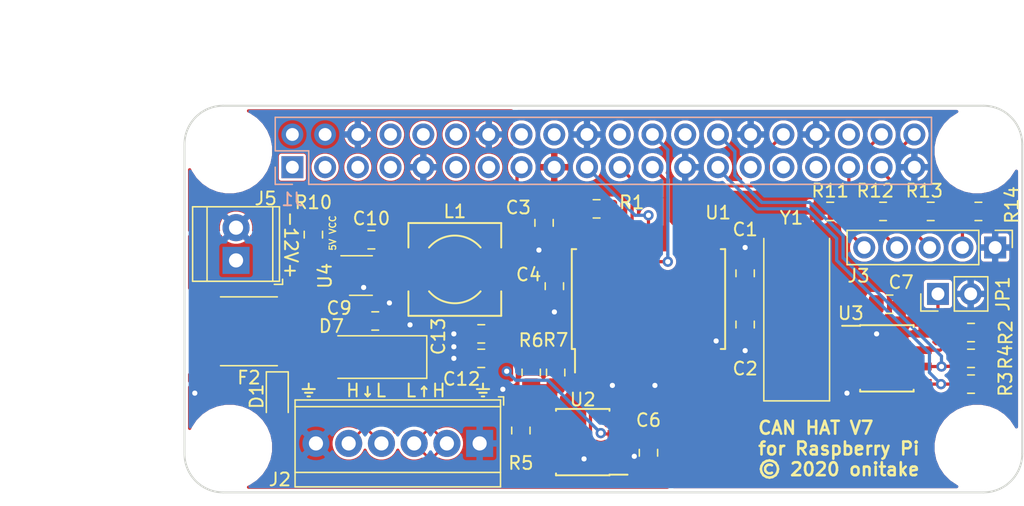
<source format=kicad_pcb>
(kicad_pcb (version 20211014) (generator pcbnew)
  (title_block (title "CAN HAT for Raspberry Pi") (date "2021-03-02") (rev "7") (company "© 2020 Gregor Riepl"))
  (layers (0 "F.Cu" signal) (31 "B.Cu" signal) (34 "B.Paste" user) (35 "F.Paste" user) (36 "B.SilkS" user "B.Silkscreen") (37 "F.SilkS" user "F.Silkscreen") (38 "B.Mask" user) (39 "F.Mask" user) (44 "Edge.Cuts" user))
  (net 0 "")
  (net 1 "Net-(C1-Pad1)")
  (net 2 "Net-(C2-Pad2)")
  (net 3 "GND")
  (net 4 "/~{INT}")
  (net 5 "/SCK")
  (net 6 "/MOSI")
  (net 7 "/MISO")
  (net 8 "/~{CS}")
  (net 9 "Net-(R1-Pad1)")
  (net 10 "+3V3")
  (net 11 "/ID_SD")
  (net 12 "/ID_SC")
  (net 13 "Net-(JP1-Pad1)")
  (net 14 "/TX")
  (net 15 "/RX")
  (net 16 "/CAN_P")
  (net 17 "/CAN_N")
  (net 18 "Net-(R5-Pad2)")
  (net 19 "+5V")
  (net 20 "+12V")
  (net 21 "Net-(C10-Pad2)")
  (net 22 "Net-(C10-Pad1)")
  (net 23 "Net-(C9-Pad1)")
  (net 24 "/GPIO19")
  (net 25 "/GPIO26")
  (net 26 "/GPIO20")
  (net 27 "/GPIO21")
  (net 28 "+12LF")
  (net 29 "/TRXEN")
  (net 30 "Net-(R6-Pad1)")
  (footprint "Resistor_SMD:R_0805_2012Metric_Pad1.15x1.40mm_HandSolder" (layer "F.Cu") (at 101.025 71.6 180)
    (fp_text reference "R3")
    (fp_text value "3k9")
  )
  (footprint "Resistor_SMD:R_0805_2012Metric_Pad1.15x1.40mm_HandSolder" (layer "F.Cu") (at 101.025 69.6 180)
    (fp_text reference "R4")
    (fp_text value "3k9")
  )
  (footprint "Capacitor_SMD:C_0805_2012Metric_Pad1.15x1.40mm_HandSolder" (layer "F.Cu") (at 83.5 63 90)
    (fp_text reference "C1")
    (fp_text value "22p")
  )
  (footprint "Capacitor_SMD:C_0805_2012Metric_Pad1.15x1.40mm_HandSolder" (layer "F.Cu") (at 83.5 66.975 90)
    (fp_text reference "C2")
    (fp_text value "22p")
  )
  (footprint "Capacitor_SMD:C_0805_2012Metric_Pad1.15x1.40mm_HandSolder" (layer "F.Cu") (at 76 76.925 -90)
    (fp_text reference "C6")
    (fp_text value "100n")
  )
  (footprint "Resistor_SMD:R_0805_2012Metric_Pad1.15x1.40mm_HandSolder" (layer "F.Cu") (at 71.975 58 180)
    (fp_text reference "R1")
    (fp_text value "10k")
  )
  (footprint "Package_SO:SOIC-18W_7.5x11.6mm_P1.27mm" (layer "F.Cu") (at 76 65 90)
    (fp_text reference "U1")
    (fp_text value "MCP2515-xSO")
  )
  (footprint "Package_SO:SOIC-8_3.9x4.9mm_P1.27mm" (layer "F.Cu") (at 70.9 76.1 180)
    (fp_text reference "U2")
    (fp_text value "SN65HVDA541")
  )
  (footprint "MountingHole:MountingHole_2.7mm" (layer "F.Cu") (at 43.5 53.5)
    (fp_text reference "H1" hide)
    (fp_text value "NW")
  )
  (footprint "MountingHole:MountingHole_2.7mm" (layer "F.Cu") (at 43.5 76.5)
    (fp_text reference "H2" hide)
    (fp_text value "SW")
  )
  (footprint "MountingHole:MountingHole_2.7mm" (layer "F.Cu") (at 101.5 53.5)
    (fp_text reference "H3" hide)
    (fp_text value "NE")
  )
  (footprint "MountingHole:MountingHole_2.7mm" (layer "F.Cu") (at 101.5 76.5)
    (fp_text reference "H4" hide)
    (fp_text value "SE")
  )
  (footprint "Capacitor_SMD:C_0805_2012Metric_Pad1.15x1.40mm_HandSolder" (layer "F.Cu") (at 94.7 65.4 180)
    (fp_text reference "C7")
    (fp_text value "100n")
  )
  (footprint "Connector_PinHeader_2.54mm:PinHeader_1x02_P2.54mm_Vertical" (layer "F.Cu") (at 98.46 64.6 90)
    (fp_text reference "JP1")
    (fp_text value "Write Enable")
  )
  (footprint "Resistor_SMD:R_0805_2012Metric_Pad1.15x1.40mm_HandSolder" (layer "F.Cu") (at 101.025 67.6 180)
    (fp_text reference "R2")
    (fp_text value "1k")
  )
  (footprint "Package_SO:SOIC-8_3.9x4.9mm_P1.27mm" (layer "F.Cu") (at 94.5 69.6)
    (fp_text reference "U3")
    (fp_text value "AT24C32-SSHM")
  )
  (footprint "Resistor_SMD:R_0805_2012Metric_Pad1.15x1.40mm_HandSolder" (layer "F.Cu") (at 68.8 70.7 -90)
    (fp_text reference "R7")
    (fp_text value "0")
  )
  (footprint "Crystal:Crystal_SMD_HC49-SD" (layer "F.Cu") (at 87.5 66.2 90)
    (fp_text reference "Y1")
    (fp_text value "16MHz")
  )
  (footprint "TerminalBlock_TE-Connectivity:TerminalBlock_TE_282834-6_1x06_P2.54mm_Horizontal" (layer "F.Cu") (at 62.9 76.2 180)
    (fp_text reference "J2")
    (fp_text value "CAN In/Out/GND")
  )
  (footprint "Fuse:Fuse_2920_7451Metric_Pad2.10x5.45mm_HandSolder" (layer "F.Cu") (at 45 67.5)
    (fp_text reference "F2")
    (fp_text value "2920L200")
  )
  (footprint "TerminalBlock_TE-Connectivity:TerminalBlock_TE_282834-2_1x02_P2.54mm_Horizontal" (layer "F.Cu") (at 44 62 90)
    (fp_text reference "J5")
    (fp_text value "12V")
  )
  (footprint "Resistor_SMD:R_0805_2012Metric_Pad1.15x1.40mm_HandSolder" (layer "F.Cu") (at 50 60 -90)
    (fp_text reference "R10")
    (fp_text value "DNP/0")
  )
  (footprint "Capacitor_SMD:C_0805_2012Metric_Pad1.15x1.40mm_HandSolder" (layer "F.Cu") (at 67.9 59.0875 -90)
    (fp_text reference "C3")
    (fp_text value "10u")
  )
  (footprint "Capacitor_SMD:C_0805_2012Metric_Pad1.15x1.40mm_HandSolder" (layer "F.Cu") (at 68.7 64 -90)
    (fp_text reference "C4")
    (fp_text value "100n")
  )
  (footprint "Connector_PinHeader_2.54mm:PinHeader_1x05_P2.54mm_Vertical" (layer "F.Cu") (at 102.9 61 -90)
    (fp_text reference "J3")
    (fp_text value "GPIO")
  )
  (footprint "Resistor_SMD:R_0805_2012Metric_Pad1.15x1.40mm_HandSolder" (layer "F.Cu") (at 94.2 58.2)
    (fp_text reference "R12")
    (fp_text value "1k")
  )
  (footprint "Resistor_SMD:R_0805_2012Metric_Pad1.15x1.40mm_HandSolder" (layer "F.Cu") (at 97.9 58.2)
    (fp_text reference "R13")
    (fp_text value "1k")
  )
  (footprint "Resistor_SMD:R_0805_2012Metric_Pad1.15x1.40mm_HandSolder" (layer "F.Cu") (at 101.6 58.2)
    (fp_text reference "R14")
    (fp_text value "1k")
  )
  (footprint "Resistor_SMD:R_0805_2012Metric_Pad1.15x1.40mm_HandSolder" (layer "F.Cu") (at 66.1 75.2 -90)
    (fp_text reference "R5")
    (fp_text value "0")
  )
  (footprint "Capacitor_SMD:C_0805_2012Metric_Pad1.15x1.40mm_HandSolder" (layer "F.Cu") (at 63.025 69.6 180)
    (fp_text reference "C12")
    (fp_text value "22u")
  )
  (footprint "onitake:DS75LC" (layer "F.Cu") (at 60.975 62.7)
    (fp_text reference "L1")
    (fp_text value "4.7u")
  )
  (footprint "Package_TO_SOT_SMD:TSOT-23-6" (layer "F.Cu") (at 53.69 63.15)
    (fp_text reference "U4")
    (fp_text value "AP63205")
  )
  (footprint "Capacitor_SMD:C_0805_2012Metric_Pad1.15x1.40mm_HandSolder" (layer "F.Cu") (at 63.025 67.7 180)
    (fp_text reference "C13")
    (fp_text value "22u")
  )
  (footprint "Diode_SMD:D_SMA_Handsoldering" (layer "F.Cu") (at 54.4 69.5 180)
    (fp_text reference "D7")
    (fp_text value "SS24")
  )
  (footprint "Capacitor_SMD:C_0805_2012Metric_Pad1.15x1.40mm_HandSolder" (layer "F.Cu") (at 54.8 66.7)
    (fp_text reference "C9")
    (fp_text value "10u")
  )
  (footprint "Resistor_SMD:R_0805_2012Metric_Pad1.15x1.40mm_HandSolder" (layer "F.Cu") (at 90.1 58.2 180)
    (fp_text reference "R11")
    (fp_text value "1k")
  )
  (footprint "Resistor_SMD:R_0805_2012Metric_Pad1.15x1.40mm_HandSolder" (layer "F.Cu") (at 66.9 70.7 90)
    (fp_text reference "R6")
    (fp_text value "DNP")
  )
  (footprint "Diode_SMD:D_SOD-323_HandSoldering" (layer "F.Cu") (at 47.2 72.55 -90)
    (fp_text reference "D1")
    (fp_text value "PESD1IVN24")
  )
  (footprint "Capacitor_SMD:C_0805_2012Metric_Pad1.15x1.40mm_HandSolder" (layer "F.Cu") (at 54.5 60.4)
    (fp_text reference "C10")
    (fp_text value "100n")
  )
  (footprint "Connector_PinSocket_2.54mm:PinSocket_2x20_P2.54mm_Vertical" (layer "B.Cu") (at 48.37 54.77 -90)
    (fp_text reference "J1")
    (fp_text value "Raspberry_Pi_2_3")
  )
  (gr_line (start 105 77) (end 105 53) (layer "Edge.Cuts") (width 0.15))
  (gr_line (start 102 50) (end 43 50) (layer "Edge.Cuts") (width 0.15))
  (gr_line (start 43 80) (end 102 80) (layer "Edge.Cuts") (width 0.15))
  (gr_arc (start 105 77) (mid 104.12132 79.12132) (end 102 80) (layer "Edge.Cuts") (width 0.15))
  (gr_arc (start 40 53) (mid 40.87868 50.87868) (end 43 50) (layer "Edge.Cuts") (width 0.15))
  (gr_arc (start 102 50) (mid 104.12132 50.87868) (end 105 53) (layer "Edge.Cuts") (width 0.15))
  (gr_line (start 40 53) (end 40 77) (layer "Edge.Cuts") (width 0.15))
  (gr_arc (start 43 80) (mid 40.87868 79.12132) (end 40 77) (layer "Edge.Cuts") (width 0.15))
  (gr_text "-12V+" (at 48.26 60.8 270) (layer "F.SilkS") (effects (font (size 1 1))))
  (gr_text "⏚   H↓L  L↑H   ⏚" (at 56.4 72.1) (layer "F.SilkS") (effects (font (size 1 1))))
  (gr_text "5V VCC" (at 51.5 61.3 90) (layer "F.SilkS") (effects (font (size 0.5 0.5) (thickness 0.1)) (justify left)))
  (gr_text "CAN HAT V7\nfor Raspberry Pi\n© 2020 onitake" (at 84.4 76.6) (layer "F.SilkS") (effects (font (size 1 1) (thickness 0.2)) (justify left)))
  (segment (start 85.425 64.025) (end 87.5 61.95) (width 0.25) (layer "F.Cu") (net 1))
  (segment (start 83.5 64.025) (end 85.425 64.025) (width 0.25) (layer "F.Cu") (net 1))
  (segment (start 78.54 68.985) (end 82.876628 64.648372) (width 0.25) (layer "F.Cu") (net 1))
  (segment (start 78.54 69.7) (end 78.54 68.985) (width 0.25) (layer "F.Cu") (net 1))
  (segment (start 82.876628 64.648372) (end 83.5 64.025) (width 0.25) (layer "F.Cu") (net 1))
  (segment (start 79.81 69.7) (end 79.81 68.59) (width 0.25) (layer "F.Cu") (net 2))
  (segment (start 87.5 68.8) (end 87.5 70.45) (width 0.25) (layer "F.Cu") (net 2))
  (segment (start 83.5 65.95) (end 82.45 65.95) (width 0.25) (layer "F.Cu") (net 2))
  (segment (start 83.5 65.95) (end 84.35 65.95) (width 0.25) (layer "F.Cu") (net 2))
  (segment (start 84.65 65.95) (end 87.5 68.8) (width 0.25) (layer "F.Cu") (net 2))
  (segment (start 82.45 65.95) (end 79.81 68.59) (width 0.25) (layer "F.Cu") (net 2))
  (segment (start 83.5 65.95) (end 84.65 65.95) (width 0.25) (layer "F.Cu") (net 2))
  (segment (start 93.675 65.4) (end 93.675 67.675) (width 0.25) (layer "F.Cu") (net 3))
  (segment (start 76 77.95) (end 75.65 77.95) (width 0.25) (layer "F.Cu") (net 3))
  (segment (start 75.65 77.95) (end 74.9 77.2) (width 0.25) (layer "F.Cu") (net 3))
  (segment (start 67.5 60.5125) (end 67.9 60.1125) (width 0.25) (layer "F.Cu") (net 3))
  (segment (start 93.7 67.7) (end 91.805 67.7) (width 0.25) (layer "F.Cu") (net 3))
  (segment (start 74.435 76.735) (end 74.9 77.2) (width 0.25) (layer "F.Cu") (net 3))
  (segment (start 91.805 67.7) (end 91.8 67.695) (width 0.25) (layer "F.Cu") (net 3))
  (segment (start 81.08 69.7) (end 81.08 68.42) (width 0.25) (layer "F.Cu") (net 3))
  (segment (start 93.675 67.675) (end 93.7 67.7) (width 0.25) (layer "F.Cu") (net 3))
  (segment (start 83.5 61.975) (end 83.5 61) (width 0.25) (layer "F.Cu") (net 3))
  (segment (start 81.08 68.42) (end 81.25 68.25) (width 0.25) (layer "F.Cu") (net 3))
  (segment (start 73.6 76.735) (end 74.435 76.735) (width 0.25) (layer "F.Cu") (net 3))
  (segment (start 91.8 71.505) (end 91.8 71.9) (width 0.25) (layer "F.Cu") (net 3))
  (segment (start 68.7 65.025) (end 68.7 66) (width 0.25) (layer "F.Cu") (net 3))
  (segment (start 67.5 61.2) (end 67.5 60.5125) (width 0.25) (layer "F.Cu") (net 3))
  (segment (start 91.8 71.505) (end 91.8 67.695) (width 0.25) (layer "F.Cu") (net 3))
  (segment (start 91.8 71.9) (end 91.4 72.3) (width 0.25) (layer "F.Cu") (net 3))
  (segment (start 83.5 68) (end 83.5 69) (width 0.25) (layer "F.Cu") (net 3))
  (via (at 55.9 65.3) (size 0.8) (drill 0.4) (layers "F.Cu" "B.Cu") (net 3))
  (via (at 57.5 67) (size 0.8) (drill 0.4) (layers "F.Cu" "B.Cu") (net 3))
  (via (at 60.9 69.6) (size 0.8) (drill 0.4) (layers "F.Cu" "B.Cu") (net 3))
  (via (at 60.9 67.7) (size 0.8) (drill 0.4) (layers "F.Cu" "B.Cu") (net 3))
  (via (at 60.9 68.7) (size 0.8) (drill 0.4) (layers "F.Cu" "B.Cu") (net 3))
  (via (at 53.9 64.1) (size 0.8) (drill 0.4) (layers "F.Cu" "B.Cu") (net 3))
  (via (at 68.7 66) (size 0.8) (drill 0.4) (layers "F.Cu" "B.Cu") (net 3))
  (via (at 93.7 67.7) (size 0.8) (drill 0.4) (layers "F.Cu" "B.Cu") (net 3))
  (via (at 40.8 72.3) (size 0.8) (drill 0.4) (layers "F.Cu" "B.Cu") (net 3))
  (via (at 64.7 72) (size 0.8) (drill 0.4) (layers "F.Cu" "B.Cu") (net 3))
  (via (at 74.9 77.2) (size 0.8) (drill 0.4) (layers "F.Cu" "B.Cu") (net 3))
  (via (at 83.5 69) (size 0.8) (drill 0.4) (layers "F.Cu" "B.Cu") (net 3))
  (via (at 73.2 71.7) (size 0.8) (drill 0.4) (layers "F.Cu" "B.Cu") (net 3))
  (via (at 81.25 68.25) (size 0.8) (drill 0.4) (layers "F.Cu" "B.Cu") (net 3))
  (via (at 76.5 71.7) (size 0.8) (drill 0.4) (layers "F.Cu" "B.Cu") (net 3))
  (via (at 91.4 72.3) (size 0.8) (drill 0.4) (layers "F.Cu" "B.Cu") (net 3))
  (via (at 83.5 61) (size 0.8) (drill 0.4) (layers "F.Cu" "B.Cu") (net 3))
  (via (at 67.5 61.2) (size 0.8) (drill 0.4) (layers "F.Cu" "B.Cu") (net 3))
  (via (at 71 77.4) (size 0.8) (drill 0.4) (layers "F.Cu" "B.Cu") (net 3))
  (segment (start 85.294999 55.144003) (end 84.219002 56.22) (width 0.25) (layer "F.Cu") (net 4))
  (segment (start 86.47 52.23) (end 85.294999 53.405001) (width 0.25) (layer "F.Cu") (net 4))
  (segment (start 78.54 59.6) (end 78.54 60.3) (width 0.25) (layer "F.Cu") (net 4))
  (segment (start 85.294999 53.405001) (end 85.294999 55.144003) (width 0.25) (layer "F.Cu") (net 4))
  (segment (start 84.219002 56.22) (end 81.92 56.22) (width 0.25) (layer "F.Cu") (net 4))
  (segment (start 81.92 56.22) (end 78.54 59.6) (width 0.25) (layer "F.Cu") (net 4))
  (segment (start 77.27 55.73) (end 77.27 57.140726) (width 0.25) (layer "F.Cu") (net 5))
  (segment (start 77.27 60.3) (end 77.27 57.140726) (width 0.25) (layer "F.Cu") (net 5))
  (segment (start 76.31 54.77) (end 77.27 55.73) (width 0.25) (layer "F.Cu") (net 5))
  (segment (start 76 60.3) (end 76 58.5) (width 0.25) (layer "F.Cu") (net 6))
  (via (at 76 58.5) (size 0.8) (drill 0.4) (layers "F.Cu" "B.Cu") (net 6))
  (segment (start 74.96 58.5) (end 71.23 54.77) (width 0.25) (layer "B.Cu") (net 6))
  (segment (start 76 58.5) (end 74.96 58.5) (width 0.25) (layer "B.Cu") (net 6))
  (segment (start 74.73 55.73) (end 73.77 54.77) (width 0.25) (layer "F.Cu") (net 7))
  (segment (start 74.73 60.3) (end 74.73 55.73) (width 0.25) (layer "F.Cu") (net 7))
  (segment (start 73.46 60.3) (end 73.46 61) (width 0.25) (layer "F.Cu") (net 8))
  (segment (start 74.56 62.1) (end 77.5 62.1) (width 0.25) (layer "F.Cu") (net 8))
  (segment (start 73.46 61) (end 74.56 62.1) (width 0.25) (layer "F.Cu") (net 8))
  (via (at 77.5 62.1) (size 0.8) (drill 0.4) (layers "F.Cu" "B.Cu") (net 8))
  (segment (start 77.5 53.42) (end 76.31 52.23) (width 0.25) (layer "B.Cu") (net 8))
  (segment (start 77.5 58.7) (end 77.5 53.42) (width 0.25) (layer "B.Cu") (net 8))
  (segment (start 77.5 62.1) (end 77.5 61.534315) (width 0.25) (layer "B.Cu") (net 8))
  (segment (start 77.5 61.534315) (end 77.5 58.7) (width 0.25) (layer "B.Cu") (net 8))
  (segment (start 72.19 58.81) (end 73 58) (width 0.25) (layer "F.Cu") (net 9))
  (segment (start 72.19 60.3) (end 72.19 58.81) (width 0.25) (layer "F.Cu") (net 9))
  (segment (start 102.05 71.6) (end 102.05 67.6) (width 0.25) (layer "F.Cu") (net 10))
  (segment (start 95.7 65.425) (end 95.725 65.4) (width 0.25) (layer "F.Cu") (net 10))
  (segment (start 98.7 71.6) (end 97.295 71.6) (width 0.25) (layer "F.Cu") (net 11))
  (segment (start 97.195 71.5) (end 97.2 71.505) (width 0.25) (layer "F.Cu") (net 11))
  (segment (start 100 71.6) (end 98.7 71.6) (width 0.25) (layer "F.Cu") (net 11))
  (segment (start 97.295 71.6) (end 97.2 71.505) (width 0.25) (layer "F.Cu") (net 11))
  (via (at 98.7 71.6) (size 0.8) (drill 0.4) (layers "F.Cu" "B.Cu") (net 11))
  (segment (start 81.39 54.77) (end 81.39 54.89) (width 0.25) (layer "B.Cu") (net 11))
  (segment (start 94.8 66.2) (end 97.8 69.2) (width 0.25) (layer "B.Cu") (net 11))
  (segment (start 90.6 60.3) (end 90.6 62) (width 0.25) (layer "B.Cu") (net 11))
  (segment (start 84.5 58) (end 88.3 58) (width 0.25) (layer "B.Cu") (net 11))
  (segment (start 97.8 70.7) (end 98.7 71.6) (width 0.25) (layer "B.Cu") (net 11))
  (segment (start 90.6 62) (end 94.8 66.2) (width 0.25) (layer "B.Cu") (net 11))
  (segment (start 88.3 58) (end 90.6 60.3) (width 0.25) (layer "B.Cu") (net 11))
  (segment (start 97.8 69.2) (end 97.8 70.7) (width 0.25) (layer "B.Cu") (net 11))
  (segment (start 81.39 54.89) (end 84.5 58) (width 0.25) (layer "B.Cu") (net 11))
  (segment (start 100 69.6) (end 99.376628 70.223372) (width 0.25) (layer "F.Cu") (net 12))
  (segment (start 98.861744 70.235) (end 98.735 70.235) (width 0.25) (layer "F.Cu") (net 12))
  (segment (start 98.873372 70.223372) (end 98.861744 70.235) (width 0.25) (layer "F.Cu") (net 12))
  (segment (start 98.735 70.235) (end 97.2 70.235) (width 0.25) (layer "F.Cu") (net 12))
  (segment (start 99.865 69.735) (end 100 69.6) (width 0.25) (layer "F.Cu") (net 12))
  (segment (start 99.376628 70.223372) (end 98.873372 70.223372) (width 0.25) (layer "F.Cu") (net 12))
  (via (at 98.735 70.235) (size 0.8) (drill 0.4) (layers "F.Cu" "B.Cu") (net 12))
  (segment (start 81.39 52.23) (end 82.7 53.54) (width 0.25) (layer "B.Cu") (net 12))
  (segment (start 88.5 57.5) (end 91.1 60.1) (width 0.25) (layer "B.Cu") (net 12))
  (segment (start 91.1 61.8) (end 95.5 66.2) (width 0.25) (layer "B.Cu") (net 12))
  (segment (start 82.7 53.54) (end 82.7 55.4) (width 0.25) (layer "B.Cu") (net 12))
  (segment (start 91.1 60.1) (end 91.1 61.8) (width 0.25) (layer "B.Cu") (net 12))
  (segment (start 84.8 57.5) (end 88.5 57.5) (width 0.25) (layer "B.Cu") (net 12))
  (segment (start 82.7 55.4) (end 84.8 57.5) (width 0.25) (layer "B.Cu") (net 12))
  (segment (start 98.735 69.435) (end 98.735 70.235) (width 0.25) (layer "B.Cu") (net 12))
  (segment (start 95.5 66.2) (end 98.735 69.435) (width 0.25) (layer "B.Cu") (net 12))
  (segment (start 100 67.6) (end 98.46 66.06) (width 0.25) (layer "F.Cu") (net 13))
  (segment (start 100 67.6) (end 98.635 68.965) (width 0.25) (layer "F.Cu") (net 13))
  (segment (start 98.46 66.06) (end 98.46 64.6) (width 0.25) (layer "F.Cu") (net 13))
  (segment (start 98.635 68.965) (end 97.2 68.965) (width 0.25) (layer "F.Cu") (net 13))
  (segment (start 70.92 69.7) (end 70.92 71.12) (width 0.25) (layer "F.Cu") (net 14))
  (segment (start 71.5 71.7) (end 71.5 76.4) (width 0.25) (layer "F.Cu") (net 14))
  (segment (start 71.5 76.4) (end 73.105 78.005) (width 0.25) (layer "F.Cu") (net 14))
  (segment (start 73.105 78.005) (end 73.6 78.005) (width 0.25) (layer "F.Cu") (net 14))
  (segment (start 70.92 71.12) (end 71.5 71.7) (width 0.25) (layer "F.Cu") (net 14))
  (segment (start 73.6 74.195) (end 72.595 74.195) (width 0.25) (layer "F.Cu") (net 15))
  (segment (start 72.595 74.195) (end 72.19 73.79) (width 0.25) (layer "F.Cu") (net 15))
  (segment (start 72.19 73.79) (end 72.19 69.7) (width 0.25) (layer "F.Cu") (net 15))
  (segment (start 63.525 77.930567) (end 63.591756 77.938089) (width 0.2) (layer "F.Cu") (net 16))
  (segment (start 69.925 78.327512) (end 69.925 76.572488) (width 0.2) (layer "F.Cu") (net 16))
  (segment (start 63.817478 78.163811) (end 63.825 78.230567) (width 0.2) (layer "F.Cu") (net 16))
  (segment (start 62.391756 77.938089) (end 62.455165 77.960277) (width 0.2) (layer "F.Cu") (net 16))
  (segment (start 63.458243 77.938089) (end 63.525 77.930567) (width 0.2) (layer "F.Cu") (net 16))
  (segment (start 62.632521 78.391757) (end 62.654709 78.455166) (width 0.2) (layer "F.Cu") (net 16))
  (segment (start 63.225 78.230567) (end 63.232521 78.163811) (width 0.2) (layer "F.Cu") (net 16))
  (segment (start 62.559549 78.043521) (end 62.59529 78.100402) (width 0.2) (layer "F.Cu") (net 16))
  (segment (start 62.625 78.230567) (end 62.625 78.325) (width 0.2) (layer "F.Cu") (net 16))
  (segment (start 62.025 78.325) (end 62.025 78.230567) (width 0.2) (layer "F.Cu") (net 16))
  (segment (start 69.135 76.275) (end 68.675 76.735) (width 0.2) (layer "F.Cu") (net 16))
  (segment (start 63.29045 78.043521) (end 63.337953 77.996018) (width 0.2) (layer "F.Cu") (net 16))
  (segment (start 61.912046 78.55955) (end 61.959549 78.512047) (width 0.2) (layer "F.Cu") (net 16))
  (segment (start 64.125 78.625) (end 69.627512 78.625) (width 0.2) (layer "F.Cu") (net 16))
  (segment (start 61.791756 78.617479) (end 61.855165 78.595291) (width 0.2) (layer "F.Cu") (net 16))
  (segment (start 63.759549 78.043521) (end 63.79529 78.100402) (width 0.2) (layer "F.Cu") (net 16))
  (segment (start 61.855165 78.595291) (end 61.912046 78.55955) (width 0.2) (layer "F.Cu") (net 16))
  (segment (start 63.254709 78.100402) (end 63.29045 78.043521) (width 0.2) (layer "F.Cu") (net 16))
  (segment (start 62.09045 78.043521) (end 62.137953 77.996018) (width 0.2) (layer "F.Cu") (net 16))
  (segment (start 62.625 78.325) (end 62.632521 78.391757) (width 0.2) (layer "F.Cu") (net 16))
  (segment (start 61.959549 78.512047) (end 61.99529 78.455166) (width 0.2) (layer "F.Cu") (net 16))
  (segment (start 63.89045 78.512047) (end 63.937953 78.55955) (width 0.2) (layer "F.Cu") (net 16))
  (segment (start 63.854709 78.455166) (end 63.89045 78.512047) (width 0.2) (layer "F.Cu") (net 16))
  (segment (start 63.832521 78.391757) (end 63.854709 78.455166) (width 0.2) (layer "F.Cu") (net 16))
  (segment (start 63.825 78.325) (end 63.832521 78.391757) (width 0.2) (layer "F.Cu") (net 16))
  (segment (start 63.225 78.325) (end 63.225 78.230567) (width 0.2) (layer "F.Cu") (net 16))
  (segment (start 63.937953 78.55955) (end 63.994834 78.595291) (width 0.2) (layer "F.Cu") (net 16))
  (segment (start 62.025 78.230567) (end 62.032521 78.163811) (width 0.2) (layer "F.Cu") (net 16))
  (segment (start 62.991756 78.617479) (end 63.055165 78.595291) (width 0.2) (layer "F.Cu") (net 16))
  (segment (start 62.258243 77.938089) (end 62.325 77.930567) (width 0.2) (layer "F.Cu") (net 16))
  (segment (start 63.217478 78.391757) (end 63.225 78.325) (width 0.2) (layer "F.Cu") (net 16))
  (segment (start 62.194834 77.960277) (end 62.258243 77.938089) (width 0.2) (layer "F.Cu") (net 16))
  (segment (start 63.712046 77.996018) (end 63.759549 78.043521) (width 0.2) (layer "F.Cu") (net 16))
  (segment (start 62.617478 78.163811) (end 62.625 78.230567) (width 0.2) (layer "F.Cu") (net 16))
  (segment (start 62.512046 77.996018) (end 62.559549 78.043521) (width 0.2) (layer "F.Cu") (net 16))
  (segment (start 63.79529 78.100402) (end 63.817478 78.163811) (width 0.2) (layer "F.Cu") (net 16))
  (segment (start 62.59529 78.100402) (end 62.617478 78.163811) (width 0.2) (layer "F.Cu") (net 16))
  (segment (start 62.455165 77.960277) (end 62.512046 77.996018) (width 0.2) (layer "F.Cu") (net 16))
  (segment (start 69.925 76.572488) (end 69.627512 76.275) (width 0.2) (layer "F.Cu") (net 16))
  (segment (start 62.69045 78.512047) (end 62.737953 78.55955) (width 0.2) (layer "F.Cu") (net 16))
  (segment (start 62.858243 78.617479) (end 62.925 78.625) (width 0.2) (layer "F.Cu") (net 16))
  (segment (start 62.032521 78.163811) (end 62.054709 78.100402) (width 0.2) (layer "F.Cu") (net 16))
  (segment (start 63.232521 78.163811) (end 63.254709 78.100402) (width 0.2) (layer "F.Cu") (net 16))
  (segment (start 54.227512 74.225) (end 58.772488 74.225) (width 0.2) (layer "F.Cu") (net 16))
  (segment (start 53.835 75.105) (end 53.835 74.617512) (width 0.2) (layer "F.Cu") (net 16))
  (segment (start 59.265 75.105) (end 60.36 76.2) (width 0.2) (layer "F.Cu") (net 16))
  (segment (start 63.591756 77.938089) (end 63.655165 77.960277) (width 0.2) (layer "F.Cu") (net 16))
  (segment (start 68.675 76.735) (end 68.2 76.735) (width 0.2) (layer "F.Cu") (net 16))
  (segment (start 59.265 78.317512) (end 59.572488 78.625) (width 0.2) (layer "F.Cu") (net 16))
  (segment (start 52.74 76.2) (end 53.835 75.105) (width 0.2) (layer "F.Cu") (net 16))
  (segment (start 62.325 77.930567) (end 62.391756 77.938089) (width 0.2) (layer "F.Cu") (net 16))
  (segment (start 62.794834 78.595291) (end 62.858243 78.617479) (width 0.2) (layer "F.Cu") (net 16))
  (segment (start 62.654709 78.455166) (end 62.69045 78.512047) (width 0.2) (layer "F.Cu") (net 16))
  (segment (start 63.112046 78.55955) (end 63.159549 78.512047) (width 0.2) (layer "F.Cu") (net 16))
  (segment (start 62.054709 78.100402) (end 62.09045 78.043521) (width 0.2) (layer "F.Cu") (net 16))
  (segment (start 59.265 77.295) (end 59.265 78.317512) (width 0.2) (layer "F.Cu") (net 16))
  (segment (start 63.159549 78.512047) (end 63.19529 78.455166) (width 0.2) (layer "F.Cu") (net 16))
  (segment (start 69.627512 78.625) (end 69.925 78.327512) (width 0.2) (layer "F.Cu") (net 16))
  (segment (start 63.055165 78.595291) (end 63.112046 78.55955) (width 0.2) (layer "F.Cu") (net 16))
  (segment (start 64.058243 78.617479) (end 64.125 78.625) (width 0.2) (layer "F.Cu") (net 16))
  (segment (start 62.017478 78.391757) (end 62.025 78.325) (width 0.2) (layer "F.Cu") (net 16))
  (segment (start 69.627512 76.275) (end 69.135 76.275) (width 0.2) (layer "F.Cu") (net 16))
  (segment (start 59.265 74.717512) (end 59.265 75.105) (width 0.2) (layer "F.Cu") (net 16))
  (segment (start 61.725 78.625) (end 61.791756 78.617479) (width 0.2) (layer "F.Cu") (net 16))
  (segment (start 63.394834 77.960277) (end 63.458243 77.938089) (width 0.2) (layer "F.Cu") (net 16))
  (segment (start 63.994834 78.595291) (end 64.058243 78.617479) (width 0.2) (layer "F.Cu") (net 16))
  (segment (start 59.572488 78.625) (end 61.725 78.625) (width 0.2) (layer "F.Cu") (net 16))
  (segment (start 63.19529 78.455166) (end 63.217478 78.391757) (width 0.2) (layer "F.Cu") (net 16))
  (segment (start 53.835 74.617512) (end 54.227512 74.225) (width 0.2) (layer "F.Cu") (net 16))
  (segment (start 58.772488 74.225) (end 59.265 74.717512) (width 0.2) (layer "F.Cu") (net 16))
  (segment (start 62.737953 78.55955) (end 62.794834 78.595291) (width 0.2) (layer "F.Cu") (net 16))
  (segment (start 63.337953 77.996018) (end 63.394834 77.960277) (width 0.2) (layer "F.Cu") (net 16))
  (segment (start 62.925 78.625) (end 62.991756 78.617479) (width 0.2) (layer "F.Cu") (net 16))
  (segment (start 60.36 76.2) (end 59.265 77.295) (width 0.2) (layer "F.Cu") (net 16))
  (segment (start 63.655165 77.960277) (end 63.712046 77.996018) (width 0.2) (layer "F.Cu") (net 16))
  (segment (start 61.99529 78.455166) (end 62.017478 78.391757) (width 0.2) (layer "F.Cu") (net 16))
  (segment (start 62.137953 77.996018) (end 62.194834 77.960277) (width 0.2) (layer "F.Cu") (net 16))
  (segment (start 63.825 78.230567) (end 63.825 78.325) (width 0.2) (layer "F.Cu") (net 16))
  (segment (start 54.185 75.105) (end 54.185 74.762488) (width 0.2) (layer "F.Cu") (net 17))
  (segment (start 56.394834 75.384699) (end 56.458243 75.406887) (width 0.2) (layer "F.Cu") (net 17))
  (segment (start 56.225 75.114408) (end 56.232521 75.181165) (width 0.2) (layer "F.Cu") (net 17))
  (segment (start 56.712046 75.348958) (end 56.759549 75.301455) (width 0.2) (layer "F.Cu") (net 17))
  (segment (start 56.19529 74.744835) (end 56.217478 74.808244) (width 0.2) (layer "F.Cu") (net 17))
  (segment (start 56.055165 74.60471) (end 56.112046 74.640451) (width 0.2) (layer "F.Cu") (net 17))
  (segment (start 56.232521 75.181165) (end 56.254709 75.244574) (width 0.2) (layer "F.Cu") (net 17))
  (segment (start 56.937953 74.640451) (end 56.994834 74.60471) (width 0.2) (layer "F.Cu") (net 17))
  (segment (start 56.458243 75.406887) (end 56.525 75.414408) (width 0.2) (layer "F.Cu") (net 17))
  (segment (start 56.854709 74.744835) (end 56.89045 74.687954) (width 0.2) (layer "F.Cu") (net 17))
  (segment (start 56.112046 74.640451) (end 56.159549 74.687954) (width 0.2) (layer "F.Cu") (net 17))
  (segment (start 58.915 75.105) (end 58.915 74.862488) (width 0.2) (layer "F.Cu") (net 17))
  (segment (start 56.759549 75.301455) (end 56.79529 75.244574) (width 0.2) (layer "F.Cu") (net 17))
  (segment (start 56.159549 74.687954) (end 56.19529 74.744835) (width 0.2) (layer "F.Cu") (net 17))
  (segment (start 56.825 75.114408) (end 56.825 74.875) (width 0.2) (layer "F.Cu") (net 17))
  (segment (start 55.991756 74.582522) (end 56.055165 74.60471) (width 0.2) (layer "F.Cu") (net 17))
  (segment (start 58.915 78.462488) (end 59.427512 78.975) (width 0.2) (layer "F.Cu") (net 17))
  (segment (start 69.772488 75.925) (end 70.275 76.427512) (width 0.2) (layer "F.Cu") (net 17))
  (segment (start 58.915 74.862488) (end 58.627512 74.575) (width 0.2) (layer "F.Cu") (net 17))
  (segment (start 57.058243 74.582522) (end 57.125 74.575) (width 0.2) (layer "F.Cu") (net 17))
  (segment (start 58.627512 74.575) (end 57.125 74.575) (width 0.2) (layer "F.Cu") (net 17))
  (segment (start 58.915 77.295) (end 58.915 78.462488) (width 0.2) (layer "F.Cu") (net 17))
  (segment (start 56.817478 75.181165) (end 56.825 75.114408) (width 0.2) (layer "F.Cu") (net 17))
  (segment (start 69.772488 78.975) (end 70.275 78.472488) (width 0.2) (layer "F.Cu") (net 17))
  (segment (start 55.28 76.2) (end 54.185 75.105) (width 0.2) (layer "F.Cu") (net 17))
  (segment (start 54.372488 74.575) (end 55.925 74.575) (width 0.2) (layer "F.Cu") (net 17))
  (segment (start 56.217478 74.808244) (end 56.225 74.875) (width 0.2) (layer "F.Cu") (net 17))
  (segment (start 70.275 78.472488) (end 70.275 76.427512) (width 0.2) (layer "F.Cu") (net 17))
  (segment (start 68.675 75.465) (end 69.135 75.925) (width 0.2) (layer "F.Cu") (net 17))
  (segment (start 56.655165 75.384699) (end 56.712046 75.348958) (width 0.2) (layer "F.Cu") (net 17))
  (segment (start 56.254709 75.244574) (end 56.29045 75.301455) (width 0.2) (layer "F.Cu") (net 17))
  (segment (start 59.427512 78.975) (end 69.772488 78.975) (width 0.2) (layer "F.Cu") (net 17))
  (segment (start 56.337953 75.348958) (end 56.394834 75.384699) (width 0.2) (layer "F.Cu") (net 17))
  (segment (start 69.135 75.925) (end 69.772488 75.925) (width 0.2) (layer "F.Cu") (net 17))
  (segment (start 56.225 74.875) (end 56.225 75.114408) (width 0.2) (layer "F.Cu") (net 17))
  (segment (start 56.29045 75.301455) (end 56.337953 75.348958) (width 0.2) (layer "F.Cu") (net 17))
  (segment (start 58.915 77.295) (end 57.82 76.2) (width 0.2) (layer "F.Cu") (net 17))
  (segment (start 56.825 74.875) (end 56.832521 74.808244) (width 0.2) (layer "F.Cu") (net 17))
  (segment (start 56.89045 74.687954) (end 56.937953 74.640451) (width 0.2) (layer "F.Cu") (net 17))
  (segment (start 54.185 74.762488) (end 54.372488 74.575) (width 0.2) (layer "F.Cu") (net 17))
  (segment (start 55.925 74.575) (end 55.991756 74.582522) (width 0.2) (layer "F.Cu") (net 17))
  (segment (start 56.994834 74.60471) (end 57.058243 74.582522) (width 0.2) (layer "F.Cu") (net 17))
  (segment (start 56.79529 75.244574) (end 56.817478 75.181165) (width 0.2) (layer "F.Cu") (net 17))
  (segment (start 56.832521 74.808244) (end 56.854709 74.744835) (width 0.2) (layer "F.Cu") (net 17))
  (segment (start 56.591756 75.406887) (end 56.655165 75.384699) (width 0.2) (layer "F.Cu") (net 17))
  (segment (start 57.82 76.2) (end 58.915 75.105) (width 0.2) (layer "F.Cu") (net 17))
  (segment (start 56.525 75.414408) (end 56.591756 75.406887) (width 0.2) (layer "F.Cu") (net 17))
  (segment (start 68.2 75.465) (end 68.675 75.465) (width 0.2) (layer "F.Cu") (net 17))
  (segment (start 66.1 76.9) (end 66.1 76.225) (width 0.25) (layer "F.Cu") (net 18))
  (segment (start 68.2 78.005) (end 67.205 78.005) (width 0.25) (layer "F.Cu") (net 18))
  (segment (start 67.205 78.005) (end 66.1 76.9) (width 0.25) (layer "F.Cu") (net 18))
  (segment (start 64.05 69.6) (end 64.05 69.65) (width 0.25) (layer "F.Cu") (net 19))
  (segment (start 72.3 75.4) (end 72.365 75.465) (width 0.25) (layer "F.Cu") (net 19))
  (segment (start 73.6 75.465) (end 74.835 75.465) (width 0.25) (layer "F.Cu") (net 19))
  (segment (start 72.365 75.465) (end 73.6 75.465) (width 0.25) (layer "F.Cu") (net 19))
  (segment (start 64.05 69.65) (end 65 70.6) (width 0.25) (layer "F.Cu") (net 19))
  (segment (start 64.05 68.5) (end 64.05 63.55) (width 0.5) (layer "F.Cu") (net 19))
  (segment (start 74.835 75.465) (end 75.565 75.465) (width 0.25) (layer "F.Cu") (net 19))
  (segment (start 64.05 69.45) (end 64.05 68.5) (width 0.5) (layer "F.Cu") (net 19))
  (segment (start 75.565 75.465) (end 76 75.9) (width 0.25) (layer "F.Cu") (net 19))
  (via (at 65 70.6) (size 0.8) (drill 0.4) (layers "F.Cu" "B.Cu") (net 19))
  (via (at 72.3 75.4) (size 0.8) (drill 0.4) (layers "F.Cu" "B.Cu") (net 19))
  (segment (start 65 70.6) (end 65.7 71.3) (width 0.25) (layer "B.Cu") (net 19))
  (segment (start 68.2 71.3) (end 72.3 75.4) (width 0.25) (layer "B.Cu") (net 19))
  (segment (start 65.7 71.3) (end 68.2 71.3) (width 0.25) (layer "B.Cu") (net 19))
  (segment (start 55 63.15) (end 57.325 63.15) (width 0.5) (layer "F.Cu") (net 21))
  (segment (start 57.325 63.15) (end 57.775 62.7) (width 0.5) (layer "F.Cu") (net 21))
  (segment (start 55 62.2) (end 53.475 60.675) (width 0.5) (layer "F.Cu") (net 22))
  (segment (start 53.475 60.675) (end 53.475 60.4) (width 0.5) (layer "F.Cu") (net 22))
  (segment (start 91.55 57.775) (end 91.125 58.2) (width 0.25) (layer "F.Cu") (net 24))
  (segment (start 92.74 61) (end 91.325 59.585) (width 0.25) (layer "F.Cu") (net 24))
  (segment (start 91.55 54.77) (end 91.55 57.775) (width 0.25) (layer "F.Cu") (net 24))
  (segment (start 91.325 59.585) (end 91.325 57.7) (width 0.25) (layer "F.Cu") (net 24))
  (segment (start 97.82 61) (end 96.875 60.055) (width 0.25) (layer "F.Cu") (net 25))
  (segment (start 96.875 58.2) (end 96.875 57.875) (width 0.25) (layer "F.Cu") (net 25))
  (segment (start 96.875 60.055) (end 96.875 58.2) (width 0.25) (layer "F.Cu") (net 25))
  (segment (start 95.55 56.55) (end 94.09 55.09) (width 0.25) (layer "F.Cu") (net 25))
  (segment (start 94.09 55.09) (end 94.09 54.77) (width 0.25) (layer "F.Cu") (net 25))
  (segment (start 96.875 57.875) (end 95.55 56.55) (width 0.25) (layer "F.Cu") (net 25))
  (segment (start 93.9 54.96) (end 94.09 54.77) (width 0.25) (layer "B.Cu") (net 25))
  (segment (start 93.175 58.895) (end 93.175 58.2) (width 0.25) (layer "F.Cu") (net 26))
  (segment (start 95.28 61) (end 93.175 58.895) (width 0.25) (layer "F.Cu") (net 26))
  (segment (start 94.09 52.23) (end 92.9 53.42) (width 0.25) (layer "F.Cu") (net 26))
  (segment (start 92.9 53.42) (end 92.9 57.925) (width 0.25) (layer "F.Cu") (net 26))
  (segment (start 92.9 57.925) (end 93.175 58.2) (width 0.25) (layer "F.Cu") (net 26))
  (segment (start 95.4 53.46) (end 96.63 52.23) (width 0.25) (layer "F.Cu") (net 27))
  (segment (start 100.575 58.2) (end 100.575 57.775) (width 0.25) (layer "F.Cu") (net 27))
  (segment (start 100.575 58.075) (end 99.6 57.1) (width 0.25) (layer "F.Cu") (net 27))
  (segment (start 96.8 57.1) (end 95.4 55.7) (width 0.25) (layer "F.Cu") (net 27))
  (segment (start 100.575 58.2) (end 100.575 58.075) (width 0.25) (layer "F.Cu") (net 27))
  (segment (start 100.36 58.415) (end 100.575 58.2) (width 0.25) (layer "F.Cu") (net 27))
  (segment (start 99.6 57.1) (end 96.8 57.1) (width 0.25) (layer "F.Cu") (net 27))
  (segment (start 95.4 55.7) (end 95.4 53.46) (width 0.25) (layer "F.Cu") (net 27))
  (segment (start 100.36 61) (end 100.36 58.415) (width 0.25) (layer "F.Cu") (net 27))
  (segment (start 50.7 67.9) (end 50.3 67.5) (width 0.5) (layer "F.Cu") (net 28))
  (segment (start 50.7 69.2) (end 50.7 67.9) (width 0.5) (layer "F.Cu") (net 28))
  (segment (start 51 69.5) (end 50.7 69.2) (width 0.5) (layer "F.Cu") (net 28))
  (segment (start 50.3 67.5) (end 48.475 67.5) (width 0.5) (layer "F.Cu") (net 28))
  (segment (start 51.9 69.5) (end 51 69.5) (width 0.5) (layer "F.Cu") (net 28))
  (segment (start 66.9 69.675) (end 65.8 68.575) (width 0.25) (layer "F.Cu") (net 29))
  (segment (start 65.8 68.575) (end 65.8 68.4) (width 0.25) (layer "F.Cu") (net 29))
  (segment (start 65.8 68.4) (end 65.8 55.12) (width 0.25) (layer "F.Cu") (net 29))
  (segment (start 65.8 55.12) (end 66.15 54.77) (width 0.25) (layer "F.Cu") (net 29))
  (segment (start 68.2 73.5) (end 68.8 72.9) (width 0.25) (layer "F.Cu") (net 30))
  (segment (start 68.6 71.725) (end 66.6 71.725) (width 0.25) (layer "F.Cu") (net 30))
  (segment (start 68.8 72.9) (end 68.8 71.725) (width 0.25) (layer "F.Cu") (net 30))
  (segment (start 68.2 74.195) (end 68.2 73.5) (width 0.25) (layer "F.Cu") (net 30))
  (zone (net 20) (net_name "+12V") (layer "F.Cu") (priority 6) (connect_pads yes (clearance 0.2)) (min_thickness 0.25) (fill yes (thermal_gap 0.5) (thermal_bridge_width 0.5))
    (polygon (pts (xy 40 60) (xy 47 60) (xy 47 71.5) (xy 40 71.5)))
  )
  (zone (net 19) (net_name "+5V") (layer "F.Cu") (priority 2) (connect_pads yes (clearance 0.2)) (min_thickness 0.25) (fill yes (thermal_gap 0.5) (thermal_bridge_width 0.5))
    (polygon (pts (xy 63.2 71.4) (xy 65.5 71.4) (xy 65.5 50) (xy 40 50) (xy 40 60) (xy 51.5 60) (xy 51.5 63.5) (xy 53.4 63.5) (xy 53.4 60) (xy 60.5 60) (xy 60.5 65.7) (xy 63.2 65.7)))
  )
  (zone (net 28) (net_name "+12LF") (layer "F.Cu") (priority 5) (connect_pads yes (clearance 0.2)) (min_thickness 0.25) (fill yes (thermal_gap 0.5) (thermal_bridge_width 0.5))
    (polygon (pts (xy 51.5 71.5) (xy 40 71.5) (xy 40 60) (xy 51.5 60)))
  )
  (zone (net 3) (net_name "GND") (layer "F.Cu") (priority 1) (connect_pads yes (clearance 0.2)) (min_thickness 0.25) (fill yes (thermal_gap 0.5) (thermal_bridge_width 0.5))
    (polygon (pts (xy 51.5 71.5) (xy 40 71.5) (xy 40 80) (xy 77.6 79.95) (xy 77.6 70.4) (xy 65.5 70.4) (xy 65.5 63.5) (xy 51.5 63.5)))
  )
  (zone (net 23) (net_name "Net-(C9-Pad1)") (layer "F.Cu") (priority 4) (connect_pads yes (clearance 0.2)) (min_thickness 0.25) (fill yes (thermal_gap 0.5) (thermal_bridge_width 0.5))
    (polygon (pts (xy 53.4 62.7) (xy 51.5 62.7) (xy 51.5 71.5) (xy 59 71.5) (xy 59 67.9) (xy 55 67.9) (xy 55 65.9) (xy 53.4 65.9)))
  )
  (zone (net 21) (net_name "Net-(C10-Pad2)") (layer "F.Cu") (priority 3) (connect_pads yes (clearance 0.2)) (min_thickness 0.25) (fill yes (thermal_gap 0.5) (thermal_bridge_width 0.5))
    (polygon (pts (xy 56.6 64.9) (xy 56.6 63.5) (xy 53.4 63.5) (xy 53.4 60) (xy 60.5 60) (xy 60.5 65.7) (xy 57.6 65.7) (xy 57.6 64.9)))
  )
  (zone (net 10) (net_name "+3V3") (layer "F.Cu") (connect_pads (clearance 0.25)) (min_thickness 0.25) (fill yes (thermal_gap 0.25) (thermal_bridge_width 0.5))
    (polygon (pts (xy 105 50) (xy 105 80) (xy 40 80) (xy 40 50)))
  )
  (zone (net 3) (net_name "GND") (layer "B.Cu") (connect_pads (clearance 0.25)) (min_thickness 0.25) (fill yes (thermal_gap 0.25) (thermal_bridge_width 0.5))
    (polygon (pts (xy 40 50) (xy 105 50) (xy 105 80) (xy 40 80)))
  )
)
</source>
